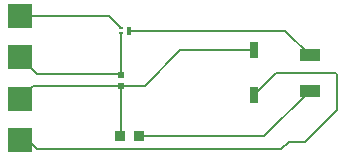
<source format=gbr>
G04 EAGLE Gerber RS-274X export*
G75*
%MOMM*%
%FSLAX34Y34*%
%LPD*%
%INTop Copper*%
%IPPOS*%
%AMOC8*
5,1,8,0,0,1.08239X$1,22.5*%
G01*
G04 Define Apertures*
%ADD10R,0.620000X0.560000*%
%ADD11R,0.750000X1.350000*%
%ADD12R,2.000000X2.000000*%
%ADD13R,1.750000X1.100000*%
%ADD14R,0.400000X0.250000*%
%ADD15R,0.400000X0.700000*%
%ADD16R,0.900000X0.950000*%
%ADD17C,0.152400*%
D10*
X109220Y66320D03*
X109220Y75920D03*
D11*
X222250Y96470D03*
X222250Y58470D03*
D12*
X24130Y55350D03*
D13*
X269240Y62470D03*
X269240Y92470D03*
D14*
X109530Y115280D03*
X109530Y110780D03*
D15*
X116530Y113030D03*
D16*
X108840Y24130D03*
X124840Y24130D03*
D12*
X24130Y20160D03*
X24130Y125730D03*
X24130Y90540D03*
D17*
X109530Y76230D02*
X109530Y110780D01*
X109530Y76230D02*
X109220Y75920D01*
X38440Y76230D02*
X24130Y90540D01*
X38440Y76230D02*
X109530Y76230D01*
X35100Y66320D02*
X24130Y55350D01*
X35100Y66320D02*
X109220Y66320D01*
X109220Y24510D01*
X108840Y24130D01*
X109220Y66320D02*
X129820Y66320D01*
X159970Y96470D01*
X222250Y96470D01*
X248680Y113030D02*
X116530Y113030D01*
X248680Y113030D02*
X269240Y92470D01*
X230900Y24130D02*
X124840Y24130D01*
X230900Y24130D02*
X269240Y62470D01*
X30640Y20160D02*
X24130Y20160D01*
X30640Y20160D02*
X38100Y12700D01*
X245110Y12700D01*
X251460Y19050D01*
X265430Y19050D01*
X292100Y45720D01*
X292100Y76200D01*
X290830Y77470D01*
X241250Y77470D01*
X222250Y58470D01*
X99080Y125730D02*
X24130Y125730D01*
X99080Y125730D02*
X109530Y115280D01*
M02*

</source>
